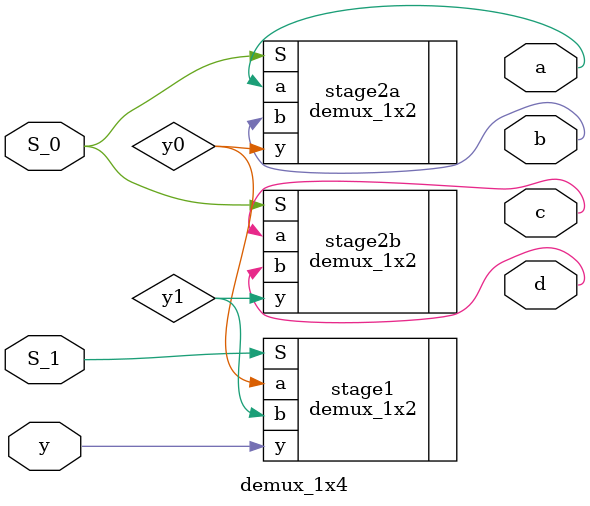
<source format=v>
module demux_1x4(
    input wire y,
    input wire S_0,
    input wire S_1,
    output wire a,
    output wire b,
    output wire c,
    output wire d
);

//Internal wires
wire y0;
wire y1;

//First stage demux
demux_1x2 stage1 (
    .y(y),
    .S(S_1),
    .a(y0),
    .b(y1)
);

//Second stage demux
demux_1x2 stage2a(
    .y(y0),
    .S(S_0),
    .a(a),
    .b(b)
);

demux_1x2 stage2b(
    .y(y1),
    .S(S_0),
    .a(c),
    .b(d)
);
endmodule

</source>
